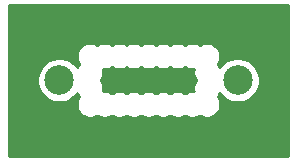
<source format=gbr>
G04 #@! TF.GenerationSoftware,KiCad,Pcbnew,5.1.5+dfsg1-2build2*
G04 #@! TF.CreationDate,2022-07-14T11:35:22-05:00*
G04 #@! TF.ProjectId,usb-c-power-panel,7573622d-632d-4706-9f77-65722d70616e,rev?*
G04 #@! TF.SameCoordinates,Original*
G04 #@! TF.FileFunction,Copper,L2,Bot*
G04 #@! TF.FilePolarity,Positive*
%FSLAX46Y46*%
G04 Gerber Fmt 4.6, Leading zero omitted, Abs format (unit mm)*
G04 Created by KiCad (PCBNEW 5.1.5+dfsg1-2build2) date 2022-07-14 11:35:22*
%MOMM*%
%LPD*%
G04 APERTURE LIST*
%ADD10C,2.499360*%
%ADD11C,0.254000*%
G04 APERTURE END LIST*
D10*
X120050000Y-107050000D03*
X104950000Y-107050000D03*
D11*
G36*
X124340001Y-113440000D02*
G01*
X100660000Y-113440000D01*
X100660000Y-106864375D01*
X103065320Y-106864375D01*
X103065320Y-107235625D01*
X103137747Y-107599741D01*
X103279818Y-107942731D01*
X103486074Y-108251413D01*
X103748587Y-108513926D01*
X104057269Y-108720182D01*
X104400259Y-108862253D01*
X104764375Y-108934680D01*
X105135625Y-108934680D01*
X105499741Y-108862253D01*
X105842731Y-108720182D01*
X106151413Y-108513926D01*
X106413926Y-108251413D01*
X106487629Y-108141109D01*
X106544176Y-108277624D01*
X106639309Y-108420000D01*
X106544176Y-108562376D01*
X106458617Y-108768933D01*
X106415000Y-108988212D01*
X106415000Y-109211788D01*
X106458617Y-109431067D01*
X106544176Y-109637624D01*
X106668388Y-109823520D01*
X106826480Y-109981612D01*
X107012376Y-110105824D01*
X107218933Y-110191383D01*
X107438212Y-110235000D01*
X107661788Y-110235000D01*
X107881067Y-110191383D01*
X108087624Y-110105824D01*
X108168750Y-110051617D01*
X108249876Y-110105824D01*
X108456433Y-110191383D01*
X108675712Y-110235000D01*
X108899288Y-110235000D01*
X109118567Y-110191383D01*
X109325124Y-110105824D01*
X109406250Y-110051617D01*
X109487376Y-110105824D01*
X109693933Y-110191383D01*
X109913212Y-110235000D01*
X110136788Y-110235000D01*
X110356067Y-110191383D01*
X110562624Y-110105824D01*
X110643750Y-110051617D01*
X110724876Y-110105824D01*
X110931433Y-110191383D01*
X111150712Y-110235000D01*
X111374288Y-110235000D01*
X111593567Y-110191383D01*
X111800124Y-110105824D01*
X111881250Y-110051617D01*
X111962376Y-110105824D01*
X112168933Y-110191383D01*
X112388212Y-110235000D01*
X112611788Y-110235000D01*
X112831067Y-110191383D01*
X113037624Y-110105824D01*
X113118750Y-110051617D01*
X113199876Y-110105824D01*
X113406433Y-110191383D01*
X113625712Y-110235000D01*
X113849288Y-110235000D01*
X114068567Y-110191383D01*
X114275124Y-110105824D01*
X114356250Y-110051617D01*
X114437376Y-110105824D01*
X114643933Y-110191383D01*
X114863212Y-110235000D01*
X115086788Y-110235000D01*
X115306067Y-110191383D01*
X115512624Y-110105824D01*
X115593750Y-110051617D01*
X115674876Y-110105824D01*
X115881433Y-110191383D01*
X116100712Y-110235000D01*
X116324288Y-110235000D01*
X116543567Y-110191383D01*
X116750124Y-110105824D01*
X116831250Y-110051617D01*
X116912376Y-110105824D01*
X117118933Y-110191383D01*
X117338212Y-110235000D01*
X117561788Y-110235000D01*
X117781067Y-110191383D01*
X117987624Y-110105824D01*
X118173520Y-109981612D01*
X118331612Y-109823520D01*
X118455824Y-109637624D01*
X118541383Y-109431067D01*
X118585000Y-109211788D01*
X118585000Y-108988212D01*
X118541383Y-108768933D01*
X118455824Y-108562376D01*
X118360691Y-108420000D01*
X118455824Y-108277624D01*
X118512371Y-108141109D01*
X118586074Y-108251413D01*
X118848587Y-108513926D01*
X119157269Y-108720182D01*
X119500259Y-108862253D01*
X119864375Y-108934680D01*
X120235625Y-108934680D01*
X120599741Y-108862253D01*
X120942731Y-108720182D01*
X121251413Y-108513926D01*
X121513926Y-108251413D01*
X121720182Y-107942731D01*
X121862253Y-107599741D01*
X121934680Y-107235625D01*
X121934680Y-106864375D01*
X121862253Y-106500259D01*
X121720182Y-106157269D01*
X121513926Y-105848587D01*
X121251413Y-105586074D01*
X120942731Y-105379818D01*
X120599741Y-105237747D01*
X120235625Y-105165320D01*
X119864375Y-105165320D01*
X119500259Y-105237747D01*
X119157269Y-105379818D01*
X118848587Y-105586074D01*
X118586074Y-105848587D01*
X118512371Y-105958891D01*
X118455824Y-105822376D01*
X118360691Y-105680000D01*
X118455824Y-105537624D01*
X118541383Y-105331067D01*
X118585000Y-105111788D01*
X118585000Y-104888212D01*
X118541383Y-104668933D01*
X118455824Y-104462376D01*
X118331612Y-104276480D01*
X118173520Y-104118388D01*
X117987624Y-103994176D01*
X117781067Y-103908617D01*
X117561788Y-103865000D01*
X117338212Y-103865000D01*
X117118933Y-103908617D01*
X116912376Y-103994176D01*
X116831250Y-104048383D01*
X116750124Y-103994176D01*
X116543567Y-103908617D01*
X116324288Y-103865000D01*
X116100712Y-103865000D01*
X115881433Y-103908617D01*
X115674876Y-103994176D01*
X115593750Y-104048383D01*
X115512624Y-103994176D01*
X115306067Y-103908617D01*
X115086788Y-103865000D01*
X114863212Y-103865000D01*
X114643933Y-103908617D01*
X114437376Y-103994176D01*
X114356250Y-104048383D01*
X114275124Y-103994176D01*
X114068567Y-103908617D01*
X113849288Y-103865000D01*
X113625712Y-103865000D01*
X113406433Y-103908617D01*
X113199876Y-103994176D01*
X113118750Y-104048383D01*
X113037624Y-103994176D01*
X112831067Y-103908617D01*
X112611788Y-103865000D01*
X112388212Y-103865000D01*
X112168933Y-103908617D01*
X111962376Y-103994176D01*
X111881250Y-104048383D01*
X111800124Y-103994176D01*
X111593567Y-103908617D01*
X111374288Y-103865000D01*
X111150712Y-103865000D01*
X110931433Y-103908617D01*
X110724876Y-103994176D01*
X110643750Y-104048383D01*
X110562624Y-103994176D01*
X110356067Y-103908617D01*
X110136788Y-103865000D01*
X109913212Y-103865000D01*
X109693933Y-103908617D01*
X109487376Y-103994176D01*
X109406250Y-104048383D01*
X109325124Y-103994176D01*
X109118567Y-103908617D01*
X108899288Y-103865000D01*
X108675712Y-103865000D01*
X108456433Y-103908617D01*
X108249876Y-103994176D01*
X108168750Y-104048383D01*
X108087624Y-103994176D01*
X107881067Y-103908617D01*
X107661788Y-103865000D01*
X107438212Y-103865000D01*
X107218933Y-103908617D01*
X107012376Y-103994176D01*
X106826480Y-104118388D01*
X106668388Y-104276480D01*
X106544176Y-104462376D01*
X106458617Y-104668933D01*
X106415000Y-104888212D01*
X106415000Y-105111788D01*
X106458617Y-105331067D01*
X106544176Y-105537624D01*
X106639309Y-105680000D01*
X106544176Y-105822376D01*
X106487629Y-105958891D01*
X106413926Y-105848587D01*
X106151413Y-105586074D01*
X105842731Y-105379818D01*
X105499741Y-105237747D01*
X105135625Y-105165320D01*
X104764375Y-105165320D01*
X104400259Y-105237747D01*
X104057269Y-105379818D01*
X103748587Y-105586074D01*
X103486074Y-105848587D01*
X103279818Y-106157269D01*
X103137747Y-106500259D01*
X103065320Y-106864375D01*
X100660000Y-106864375D01*
X100660000Y-100660000D01*
X124340000Y-100660000D01*
X124340001Y-113440000D01*
G37*
X124340001Y-113440000D02*
X100660000Y-113440000D01*
X100660000Y-106864375D01*
X103065320Y-106864375D01*
X103065320Y-107235625D01*
X103137747Y-107599741D01*
X103279818Y-107942731D01*
X103486074Y-108251413D01*
X103748587Y-108513926D01*
X104057269Y-108720182D01*
X104400259Y-108862253D01*
X104764375Y-108934680D01*
X105135625Y-108934680D01*
X105499741Y-108862253D01*
X105842731Y-108720182D01*
X106151413Y-108513926D01*
X106413926Y-108251413D01*
X106487629Y-108141109D01*
X106544176Y-108277624D01*
X106639309Y-108420000D01*
X106544176Y-108562376D01*
X106458617Y-108768933D01*
X106415000Y-108988212D01*
X106415000Y-109211788D01*
X106458617Y-109431067D01*
X106544176Y-109637624D01*
X106668388Y-109823520D01*
X106826480Y-109981612D01*
X107012376Y-110105824D01*
X107218933Y-110191383D01*
X107438212Y-110235000D01*
X107661788Y-110235000D01*
X107881067Y-110191383D01*
X108087624Y-110105824D01*
X108168750Y-110051617D01*
X108249876Y-110105824D01*
X108456433Y-110191383D01*
X108675712Y-110235000D01*
X108899288Y-110235000D01*
X109118567Y-110191383D01*
X109325124Y-110105824D01*
X109406250Y-110051617D01*
X109487376Y-110105824D01*
X109693933Y-110191383D01*
X109913212Y-110235000D01*
X110136788Y-110235000D01*
X110356067Y-110191383D01*
X110562624Y-110105824D01*
X110643750Y-110051617D01*
X110724876Y-110105824D01*
X110931433Y-110191383D01*
X111150712Y-110235000D01*
X111374288Y-110235000D01*
X111593567Y-110191383D01*
X111800124Y-110105824D01*
X111881250Y-110051617D01*
X111962376Y-110105824D01*
X112168933Y-110191383D01*
X112388212Y-110235000D01*
X112611788Y-110235000D01*
X112831067Y-110191383D01*
X113037624Y-110105824D01*
X113118750Y-110051617D01*
X113199876Y-110105824D01*
X113406433Y-110191383D01*
X113625712Y-110235000D01*
X113849288Y-110235000D01*
X114068567Y-110191383D01*
X114275124Y-110105824D01*
X114356250Y-110051617D01*
X114437376Y-110105824D01*
X114643933Y-110191383D01*
X114863212Y-110235000D01*
X115086788Y-110235000D01*
X115306067Y-110191383D01*
X115512624Y-110105824D01*
X115593750Y-110051617D01*
X115674876Y-110105824D01*
X115881433Y-110191383D01*
X116100712Y-110235000D01*
X116324288Y-110235000D01*
X116543567Y-110191383D01*
X116750124Y-110105824D01*
X116831250Y-110051617D01*
X116912376Y-110105824D01*
X117118933Y-110191383D01*
X117338212Y-110235000D01*
X117561788Y-110235000D01*
X117781067Y-110191383D01*
X117987624Y-110105824D01*
X118173520Y-109981612D01*
X118331612Y-109823520D01*
X118455824Y-109637624D01*
X118541383Y-109431067D01*
X118585000Y-109211788D01*
X118585000Y-108988212D01*
X118541383Y-108768933D01*
X118455824Y-108562376D01*
X118360691Y-108420000D01*
X118455824Y-108277624D01*
X118512371Y-108141109D01*
X118586074Y-108251413D01*
X118848587Y-108513926D01*
X119157269Y-108720182D01*
X119500259Y-108862253D01*
X119864375Y-108934680D01*
X120235625Y-108934680D01*
X120599741Y-108862253D01*
X120942731Y-108720182D01*
X121251413Y-108513926D01*
X121513926Y-108251413D01*
X121720182Y-107942731D01*
X121862253Y-107599741D01*
X121934680Y-107235625D01*
X121934680Y-106864375D01*
X121862253Y-106500259D01*
X121720182Y-106157269D01*
X121513926Y-105848587D01*
X121251413Y-105586074D01*
X120942731Y-105379818D01*
X120599741Y-105237747D01*
X120235625Y-105165320D01*
X119864375Y-105165320D01*
X119500259Y-105237747D01*
X119157269Y-105379818D01*
X118848587Y-105586074D01*
X118586074Y-105848587D01*
X118512371Y-105958891D01*
X118455824Y-105822376D01*
X118360691Y-105680000D01*
X118455824Y-105537624D01*
X118541383Y-105331067D01*
X118585000Y-105111788D01*
X118585000Y-104888212D01*
X118541383Y-104668933D01*
X118455824Y-104462376D01*
X118331612Y-104276480D01*
X118173520Y-104118388D01*
X117987624Y-103994176D01*
X117781067Y-103908617D01*
X117561788Y-103865000D01*
X117338212Y-103865000D01*
X117118933Y-103908617D01*
X116912376Y-103994176D01*
X116831250Y-104048383D01*
X116750124Y-103994176D01*
X116543567Y-103908617D01*
X116324288Y-103865000D01*
X116100712Y-103865000D01*
X115881433Y-103908617D01*
X115674876Y-103994176D01*
X115593750Y-104048383D01*
X115512624Y-103994176D01*
X115306067Y-103908617D01*
X115086788Y-103865000D01*
X114863212Y-103865000D01*
X114643933Y-103908617D01*
X114437376Y-103994176D01*
X114356250Y-104048383D01*
X114275124Y-103994176D01*
X114068567Y-103908617D01*
X113849288Y-103865000D01*
X113625712Y-103865000D01*
X113406433Y-103908617D01*
X113199876Y-103994176D01*
X113118750Y-104048383D01*
X113037624Y-103994176D01*
X112831067Y-103908617D01*
X112611788Y-103865000D01*
X112388212Y-103865000D01*
X112168933Y-103908617D01*
X111962376Y-103994176D01*
X111881250Y-104048383D01*
X111800124Y-103994176D01*
X111593567Y-103908617D01*
X111374288Y-103865000D01*
X111150712Y-103865000D01*
X110931433Y-103908617D01*
X110724876Y-103994176D01*
X110643750Y-104048383D01*
X110562624Y-103994176D01*
X110356067Y-103908617D01*
X110136788Y-103865000D01*
X109913212Y-103865000D01*
X109693933Y-103908617D01*
X109487376Y-103994176D01*
X109406250Y-104048383D01*
X109325124Y-103994176D01*
X109118567Y-103908617D01*
X108899288Y-103865000D01*
X108675712Y-103865000D01*
X108456433Y-103908617D01*
X108249876Y-103994176D01*
X108168750Y-104048383D01*
X108087624Y-103994176D01*
X107881067Y-103908617D01*
X107661788Y-103865000D01*
X107438212Y-103865000D01*
X107218933Y-103908617D01*
X107012376Y-103994176D01*
X106826480Y-104118388D01*
X106668388Y-104276480D01*
X106544176Y-104462376D01*
X106458617Y-104668933D01*
X106415000Y-104888212D01*
X106415000Y-105111788D01*
X106458617Y-105331067D01*
X106544176Y-105537624D01*
X106639309Y-105680000D01*
X106544176Y-105822376D01*
X106487629Y-105958891D01*
X106413926Y-105848587D01*
X106151413Y-105586074D01*
X105842731Y-105379818D01*
X105499741Y-105237747D01*
X105135625Y-105165320D01*
X104764375Y-105165320D01*
X104400259Y-105237747D01*
X104057269Y-105379818D01*
X103748587Y-105586074D01*
X103486074Y-105848587D01*
X103279818Y-106157269D01*
X103137747Y-106500259D01*
X103065320Y-106864375D01*
X100660000Y-106864375D01*
X100660000Y-100660000D01*
X124340000Y-100660000D01*
X124340001Y-113440000D01*
G36*
X115674876Y-106005824D02*
G01*
X115881433Y-106091383D01*
X116100712Y-106135000D01*
X116324288Y-106135000D01*
X116338064Y-106132260D01*
X116315000Y-106248212D01*
X116315000Y-106471788D01*
X116358617Y-106691067D01*
X116444176Y-106897624D01*
X116545991Y-107050000D01*
X116444176Y-107202376D01*
X116358617Y-107408933D01*
X116315000Y-107628212D01*
X116315000Y-107851788D01*
X116338064Y-107967740D01*
X116324288Y-107965000D01*
X116100712Y-107965000D01*
X115881433Y-108008617D01*
X115674876Y-108094176D01*
X115593750Y-108148383D01*
X115512624Y-108094176D01*
X115306067Y-108008617D01*
X115086788Y-107965000D01*
X114863212Y-107965000D01*
X114643933Y-108008617D01*
X114437376Y-108094176D01*
X114356250Y-108148383D01*
X114275124Y-108094176D01*
X114068567Y-108008617D01*
X113849288Y-107965000D01*
X113625712Y-107965000D01*
X113406433Y-108008617D01*
X113199876Y-108094176D01*
X113118750Y-108148383D01*
X113037624Y-108094176D01*
X112831067Y-108008617D01*
X112611788Y-107965000D01*
X112388212Y-107965000D01*
X112168933Y-108008617D01*
X111962376Y-108094176D01*
X111881250Y-108148383D01*
X111800124Y-108094176D01*
X111593567Y-108008617D01*
X111374288Y-107965000D01*
X111150712Y-107965000D01*
X110931433Y-108008617D01*
X110724876Y-108094176D01*
X110643750Y-108148383D01*
X110562624Y-108094176D01*
X110356067Y-108008617D01*
X110136788Y-107965000D01*
X109913212Y-107965000D01*
X109693933Y-108008617D01*
X109487376Y-108094176D01*
X109406250Y-108148383D01*
X109325124Y-108094176D01*
X109118567Y-108008617D01*
X108899288Y-107965000D01*
X108675712Y-107965000D01*
X108661936Y-107967740D01*
X108685000Y-107851788D01*
X108685000Y-107628212D01*
X108641383Y-107408933D01*
X108555824Y-107202376D01*
X108454009Y-107050000D01*
X108555824Y-106897624D01*
X108641383Y-106691067D01*
X108685000Y-106471788D01*
X108685000Y-106248212D01*
X108661936Y-106132260D01*
X108675712Y-106135000D01*
X108899288Y-106135000D01*
X109118567Y-106091383D01*
X109325124Y-106005824D01*
X109406250Y-105951617D01*
X109487376Y-106005824D01*
X109693933Y-106091383D01*
X109913212Y-106135000D01*
X110136788Y-106135000D01*
X110356067Y-106091383D01*
X110562624Y-106005824D01*
X110643750Y-105951617D01*
X110724876Y-106005824D01*
X110931433Y-106091383D01*
X111150712Y-106135000D01*
X111374288Y-106135000D01*
X111593567Y-106091383D01*
X111800124Y-106005824D01*
X111881250Y-105951617D01*
X111962376Y-106005824D01*
X112168933Y-106091383D01*
X112388212Y-106135000D01*
X112611788Y-106135000D01*
X112831067Y-106091383D01*
X113037624Y-106005824D01*
X113118750Y-105951617D01*
X113199876Y-106005824D01*
X113406433Y-106091383D01*
X113625712Y-106135000D01*
X113849288Y-106135000D01*
X114068567Y-106091383D01*
X114275124Y-106005824D01*
X114356250Y-105951617D01*
X114437376Y-106005824D01*
X114643933Y-106091383D01*
X114863212Y-106135000D01*
X115086788Y-106135000D01*
X115306067Y-106091383D01*
X115512624Y-106005824D01*
X115593750Y-105951617D01*
X115674876Y-106005824D01*
G37*
X115674876Y-106005824D02*
X115881433Y-106091383D01*
X116100712Y-106135000D01*
X116324288Y-106135000D01*
X116338064Y-106132260D01*
X116315000Y-106248212D01*
X116315000Y-106471788D01*
X116358617Y-106691067D01*
X116444176Y-106897624D01*
X116545991Y-107050000D01*
X116444176Y-107202376D01*
X116358617Y-107408933D01*
X116315000Y-107628212D01*
X116315000Y-107851788D01*
X116338064Y-107967740D01*
X116324288Y-107965000D01*
X116100712Y-107965000D01*
X115881433Y-108008617D01*
X115674876Y-108094176D01*
X115593750Y-108148383D01*
X115512624Y-108094176D01*
X115306067Y-108008617D01*
X115086788Y-107965000D01*
X114863212Y-107965000D01*
X114643933Y-108008617D01*
X114437376Y-108094176D01*
X114356250Y-108148383D01*
X114275124Y-108094176D01*
X114068567Y-108008617D01*
X113849288Y-107965000D01*
X113625712Y-107965000D01*
X113406433Y-108008617D01*
X113199876Y-108094176D01*
X113118750Y-108148383D01*
X113037624Y-108094176D01*
X112831067Y-108008617D01*
X112611788Y-107965000D01*
X112388212Y-107965000D01*
X112168933Y-108008617D01*
X111962376Y-108094176D01*
X111881250Y-108148383D01*
X111800124Y-108094176D01*
X111593567Y-108008617D01*
X111374288Y-107965000D01*
X111150712Y-107965000D01*
X110931433Y-108008617D01*
X110724876Y-108094176D01*
X110643750Y-108148383D01*
X110562624Y-108094176D01*
X110356067Y-108008617D01*
X110136788Y-107965000D01*
X109913212Y-107965000D01*
X109693933Y-108008617D01*
X109487376Y-108094176D01*
X109406250Y-108148383D01*
X109325124Y-108094176D01*
X109118567Y-108008617D01*
X108899288Y-107965000D01*
X108675712Y-107965000D01*
X108661936Y-107967740D01*
X108685000Y-107851788D01*
X108685000Y-107628212D01*
X108641383Y-107408933D01*
X108555824Y-107202376D01*
X108454009Y-107050000D01*
X108555824Y-106897624D01*
X108641383Y-106691067D01*
X108685000Y-106471788D01*
X108685000Y-106248212D01*
X108661936Y-106132260D01*
X108675712Y-106135000D01*
X108899288Y-106135000D01*
X109118567Y-106091383D01*
X109325124Y-106005824D01*
X109406250Y-105951617D01*
X109487376Y-106005824D01*
X109693933Y-106091383D01*
X109913212Y-106135000D01*
X110136788Y-106135000D01*
X110356067Y-106091383D01*
X110562624Y-106005824D01*
X110643750Y-105951617D01*
X110724876Y-106005824D01*
X110931433Y-106091383D01*
X111150712Y-106135000D01*
X111374288Y-106135000D01*
X111593567Y-106091383D01*
X111800124Y-106005824D01*
X111881250Y-105951617D01*
X111962376Y-106005824D01*
X112168933Y-106091383D01*
X112388212Y-106135000D01*
X112611788Y-106135000D01*
X112831067Y-106091383D01*
X113037624Y-106005824D01*
X113118750Y-105951617D01*
X113199876Y-106005824D01*
X113406433Y-106091383D01*
X113625712Y-106135000D01*
X113849288Y-106135000D01*
X114068567Y-106091383D01*
X114275124Y-106005824D01*
X114356250Y-105951617D01*
X114437376Y-106005824D01*
X114643933Y-106091383D01*
X114863212Y-106135000D01*
X115086788Y-106135000D01*
X115306067Y-106091383D01*
X115512624Y-106005824D01*
X115593750Y-105951617D01*
X115674876Y-106005824D01*
M02*

</source>
